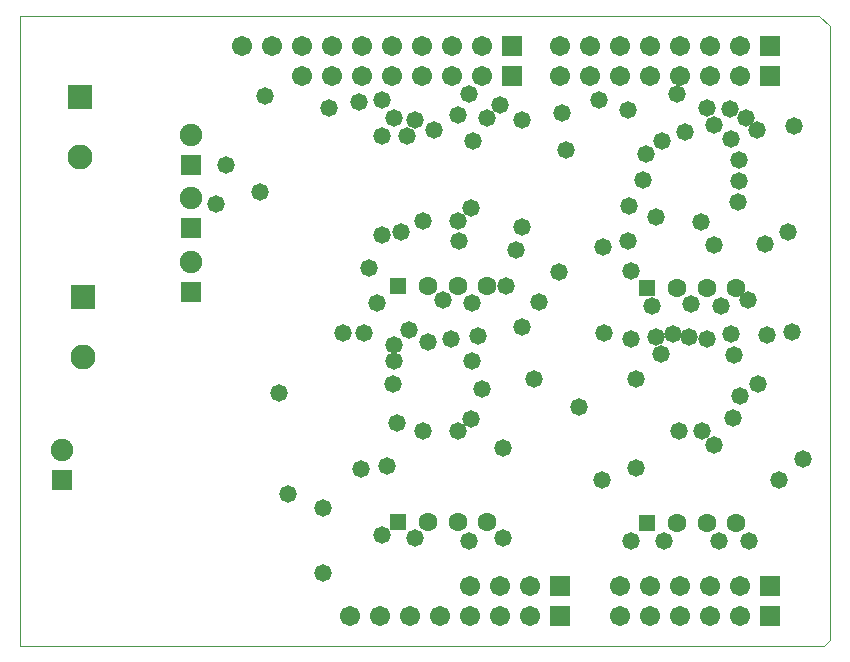
<source format=gbs>
G04 Layer_Color=16711935*
%FSLAX44Y44*%
%MOMM*%
G71*
G01*
G75*
%ADD21C,0.0254*%
%ADD22C,0.0127*%
%ADD54C,1.9032*%
%ADD55R,1.8032X1.8032*%
%ADD56C,1.7032*%
%ADD57R,1.7032X1.7032*%
%ADD58R,2.0032X2.0032*%
%ADD59C,2.1032*%
%ADD60C,1.6032*%
%ADD61R,1.4032X1.4032*%
%ADD62C,1.4732*%
D21*
X1400573Y439183D02*
Y485204D01*
X1395793Y434403D02*
X1400573Y439183D01*
X1375774Y434403D02*
X1395793D01*
X1391472Y968188D02*
X1400573Y959087D01*
Y958613D02*
Y959087D01*
X1400810Y808990D02*
Y958613D01*
X1375774Y968188D02*
X1391472D01*
D22*
X715073Y434403D02*
Y968188D01*
X1375774D01*
X715073Y434403D02*
X1375774D01*
X1400810Y485204D02*
Y812863D01*
D54*
X859790Y759460D02*
D03*
Y813435D02*
D03*
Y867410D02*
D03*
X750570Y600710D02*
D03*
D55*
X859790Y734060D02*
D03*
Y788035D02*
D03*
Y842010D02*
D03*
X750570Y575310D02*
D03*
D56*
X1096010Y485140D02*
D03*
X1121410D02*
D03*
X1146810D02*
D03*
X1324610D02*
D03*
X1299210D02*
D03*
X1273810D02*
D03*
X1248410D02*
D03*
X1223010D02*
D03*
X1106170Y916940D02*
D03*
X1080770D02*
D03*
X1055370D02*
D03*
X1029970D02*
D03*
X1004570D02*
D03*
X979170D02*
D03*
X953770D02*
D03*
X1146810Y459740D02*
D03*
X1121410D02*
D03*
X1096010D02*
D03*
X1070610D02*
D03*
X1045210D02*
D03*
X1019810D02*
D03*
X994410D02*
D03*
X1324610D02*
D03*
X1299210D02*
D03*
X1273810D02*
D03*
X1248410D02*
D03*
X1223010D02*
D03*
X1324610Y916940D02*
D03*
X1299210D02*
D03*
X1273810D02*
D03*
X1248410D02*
D03*
X1223010D02*
D03*
X1197610D02*
D03*
X1172210D02*
D03*
X1324610Y942340D02*
D03*
X1299210D02*
D03*
X1273810D02*
D03*
X1248410D02*
D03*
X1223010D02*
D03*
X1197610D02*
D03*
X1172210D02*
D03*
X1080770D02*
D03*
X902970D02*
D03*
X928370D02*
D03*
X953770D02*
D03*
X979170D02*
D03*
X1004570D02*
D03*
X1029970D02*
D03*
X1055370D02*
D03*
X1106170D02*
D03*
D57*
X1172210Y485140D02*
D03*
X1350010D02*
D03*
X1131570Y916940D02*
D03*
X1172210Y459740D02*
D03*
X1350010D02*
D03*
Y916940D02*
D03*
Y942340D02*
D03*
X1131570D02*
D03*
D58*
X768350Y730250D02*
D03*
X765810Y899160D02*
D03*
D59*
X768350Y679450D02*
D03*
X765810Y848360D02*
D03*
D60*
X1109980Y539750D02*
D03*
X1060450D02*
D03*
X1085850D02*
D03*
X1320800Y538480D02*
D03*
X1271270D02*
D03*
X1296670D02*
D03*
X1320800Y737870D02*
D03*
X1271270D02*
D03*
X1296670D02*
D03*
X1109980Y739140D02*
D03*
X1060450D02*
D03*
X1085850D02*
D03*
D61*
X1035050Y539750D02*
D03*
X1245870Y538480D02*
D03*
Y737870D02*
D03*
X1035050Y739140D02*
D03*
D62*
X917956Y818642D02*
D03*
X922140Y900550D02*
D03*
X1365250Y785368D02*
D03*
X1205230Y896921D02*
D03*
X1009904Y754888D02*
D03*
X1139571Y789559D02*
D03*
X1037336Y785368D02*
D03*
X1154176Y725424D02*
D03*
X1236076Y585169D02*
D03*
X1170940Y751332D02*
D03*
X1020968Y782527D02*
D03*
X1025652Y586994D02*
D03*
X1368552Y700278D02*
D03*
X1357510Y574802D02*
D03*
X1207740D02*
D03*
X1377442Y593090D02*
D03*
X941832Y562817D02*
D03*
X971111Y551434D02*
D03*
X1149858Y660908D02*
D03*
X880745Y808990D02*
D03*
X889374Y842010D02*
D03*
X971111Y496570D02*
D03*
X934211Y648970D02*
D03*
X1017270Y725170D02*
D03*
X1073150Y727710D02*
D03*
X1126490Y739140D02*
D03*
X1173480Y885952D02*
D03*
X1134364Y770128D02*
D03*
X1086395Y777203D02*
D03*
X1055624Y794258D02*
D03*
X1208659Y772287D02*
D03*
X1229502Y777447D02*
D03*
Y888031D02*
D03*
X1253564Y798068D02*
D03*
X1230122Y806958D02*
D03*
X1231900Y751840D02*
D03*
X1258570Y862330D02*
D03*
X1282700Y723900D02*
D03*
X1308100Y722630D02*
D03*
X1330960Y727710D02*
D03*
X1021080Y528320D02*
D03*
X1049020Y525780D02*
D03*
X1033780Y623570D02*
D03*
X1094740Y523240D02*
D03*
X1188466Y636778D02*
D03*
X1123950Y525780D02*
D03*
X1085570Y616549D02*
D03*
X1231900Y523240D02*
D03*
Y694690D02*
D03*
X1259840Y523240D02*
D03*
X1306830D02*
D03*
X1332230D02*
D03*
X1209040Y699770D02*
D03*
X1236218Y660146D02*
D03*
X1253490Y695960D02*
D03*
X1267460Y698500D02*
D03*
X1257300Y681990D02*
D03*
X1249680Y722630D02*
D03*
X1319530Y680720D02*
D03*
X1272740Y616712D02*
D03*
X1291844Y616458D02*
D03*
X1281430Y695960D02*
D03*
X1296670Y694690D02*
D03*
X1324610Y646430D02*
D03*
X1302740Y604357D02*
D03*
X1318260Y627380D02*
D03*
X1347216Y697785D02*
D03*
X1340046Y656217D02*
D03*
X1316990Y698500D02*
D03*
X1139952Y704213D02*
D03*
X1055624Y616458D02*
D03*
X1123950Y601980D02*
D03*
X1096772Y626618D02*
D03*
X1105916Y651764D02*
D03*
X1097280Y675640D02*
D03*
X1102360Y697230D02*
D03*
X1097280Y725170D02*
D03*
X1079500Y694690D02*
D03*
X1060450Y692150D02*
D03*
X988060Y699770D02*
D03*
X1044194Y702310D02*
D03*
X1031240Y689610D02*
D03*
Y675640D02*
D03*
X1030450Y656683D02*
D03*
X1244600Y850900D02*
D03*
X1242060Y829310D02*
D03*
X1177290Y854710D02*
D03*
X1085570Y794230D02*
D03*
X976630Y890270D02*
D03*
X1001776Y894842D02*
D03*
X1021080Y866140D02*
D03*
X1042670D02*
D03*
X1096772Y805180D02*
D03*
X1139818Y880030D02*
D03*
X1021080Y896620D02*
D03*
X1121410Y892810D02*
D03*
X1065530Y871220D02*
D03*
X1094740Y901700D02*
D03*
X1109980Y881380D02*
D03*
X1031240D02*
D03*
X1049020Y880110D02*
D03*
X1085850Y883920D02*
D03*
X1098550Y862330D02*
D03*
X1302740Y773910D02*
D03*
X1271016Y901700D02*
D03*
X1291590Y793750D02*
D03*
X1277620Y869950D02*
D03*
X1296670Y890270D02*
D03*
X1370482Y874879D02*
D03*
X1329436Y881888D02*
D03*
X1302740Y875792D02*
D03*
X1323112Y810260D02*
D03*
X1345590Y774446D02*
D03*
X1316990Y863600D02*
D03*
X1323340Y845820D02*
D03*
Y828040D02*
D03*
X1338580Y871220D02*
D03*
X1315720Y889000D02*
D03*
X1003300Y584200D02*
D03*
X1005840Y699770D02*
D03*
M02*

</source>
